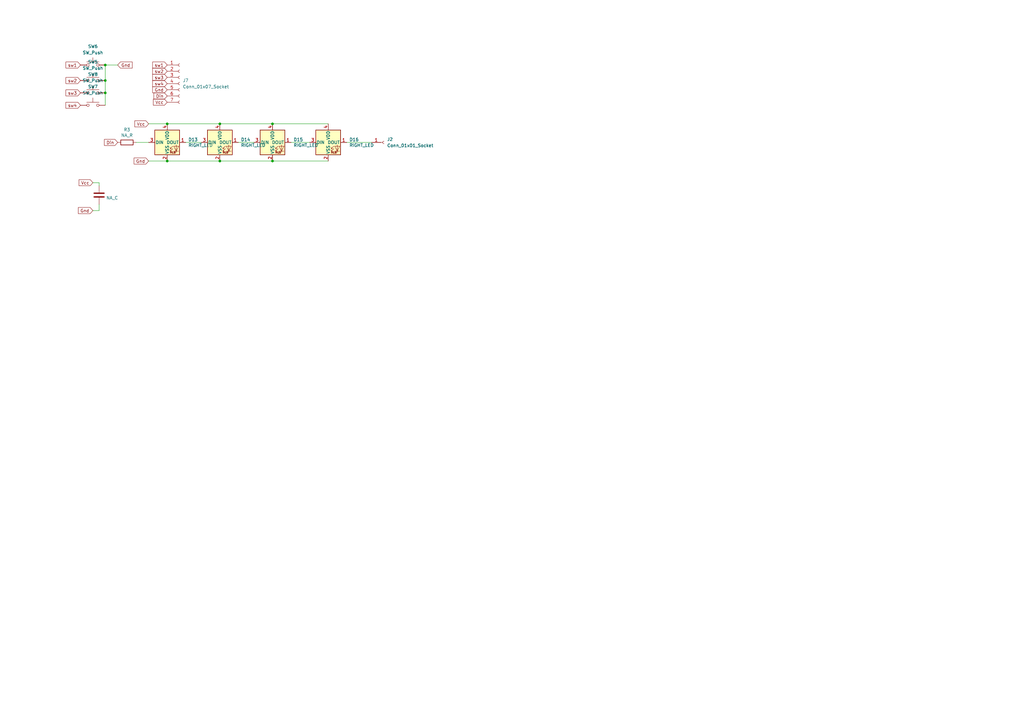
<source format=kicad_sch>
(kicad_sch (version 20231120) (generator "eeschema") (generator_version "8.0")
  (paper "A3")
  (title_block (title "flex.sch") (date "2022-02-20") (company "bastard keyboards") (comment 3 "CC BY-NC-SA 4.0") (comment 4 "Copyright Quentin Lebastard 2022"))
  (lib_symbols
    (symbol "Connector:Conn_01x01_Socket" (pin_names (offset 1.016) hide)
      (property "Reference" "J" (at 0 2.54 0))
      (property "Value" "Conn_01x01_Socket" (at 0 -2.54 0))
      (symbol "Conn_01x01_Socket_1_1"
        (polyline (pts (xy -1.27 0) (xy -0.508 0)) (stroke (width 0.1524)))
        (arc (start 0 0.508) (mid -0.5058 0) (end 0 -0.508) (stroke (width 0.1524)))
        (pin passive line (at -5.08 0 0) (length 3.81) (name "Pin_1") (number "1"))
      )
    )
    (symbol "Connector:Conn_01x07_Socket" (pin_names (offset 1.016) hide)
      (property "Reference" "J" (at 0 10.16 0))
      (property "Value" "Conn_01x07_Socket" (at 0 -10.16 0))
      (symbol "Conn_01x07_Socket_1_1"
        (arc (start 0 -7.112) (mid -0.5058 -7.62) (end 0 -8.128) (stroke (width 0.1524)))
        (arc (start 0 -4.572) (mid -0.5058 -5.08) (end 0 -5.588) (stroke (width 0.1524)))
        (arc (start 0 -2.032) (mid -0.5058 -2.54) (end 0 -3.048) (stroke (width 0.1524)))
        (polyline (pts (xy -1.27 -7.62) (xy -0.508 -7.62)) (stroke (width 0.1524)))
        (polyline (pts (xy -1.27 -5.08) (xy -0.508 -5.08)) (stroke (width 0.1524)))
        (polyline (pts (xy -1.27 -2.54) (xy -0.508 -2.54)) (stroke (width 0.1524)))
        (polyline (pts (xy -1.27 0) (xy -0.508 0)) (stroke (width 0.1524)))
        (polyline (pts (xy -1.27 2.54) (xy -0.508 2.54)) (stroke (width 0.1524)))
        (polyline (pts (xy -1.27 5.08) (xy -0.508 5.08)) (stroke (width 0.1524)))
        (polyline (pts (xy -1.27 7.62) (xy -0.508 7.62)) (stroke (width 0.1524)))
        (arc (start 0 0.508) (mid -0.5058 0) (end 0 -0.508) (stroke (width 0.1524)))
        (arc (start 0 3.048) (mid -0.5058 2.54) (end 0 2.032) (stroke (width 0.1524)))
        (arc (start 0 5.588) (mid -0.5058 5.08) (end 0 4.572) (stroke (width 0.1524)))
        (arc (start 0 8.128) (mid -0.5058 7.62) (end 0 7.112) (stroke (width 0.1524)))
        (pin passive line (at -5.08 7.62 0) (length 3.81) (name "Pin_1") (number "1"))
        (pin passive line (at -5.08 5.08 0) (length 3.81) (name "Pin_2") (number "2"))
        (pin passive line (at -5.08 2.54 0) (length 3.81) (name "Pin_3") (number "3"))
        (pin passive line (at -5.08 0 0) (length 3.81) (name "Pin_4") (number "4"))
        (pin passive line (at -5.08 -2.54 0) (length 3.81) (name "Pin_5") (number "5"))
        (pin passive line (at -5.08 -5.08 0) (length 3.81) (name "Pin_6") (number "6"))
        (pin passive line (at -5.08 -7.62 0) (length 3.81) (name "Pin_7") (number "7"))
      )
    )
    (symbol "Device:C" (pin_numbers hide) (pin_names (offset 0.254))
      (property "Reference" "C" (at 0.635 2.54 0))
      (property "Value" "C" (at 0.635 -2.54 0))
      (symbol "C_0_1"
        (polyline (pts (xy -2.032 -0.762) (xy 2.032 -0.762)) (stroke (width 0.508)))
        (polyline (pts (xy -2.032 0.762) (xy 2.032 0.762)) (stroke (width 0.508)))
      )
      (symbol "C_1_1"
        (pin passive line (at 0 3.81 270) (length 2.794) (name "~") (number "1"))
        (pin passive line (at 0 -3.81 90) (length 2.794) (name "~") (number "2"))
      )
    )
    (symbol "Device:R" (pin_numbers hide) (pin_names (offset 0))
      (property "Reference" "R" (at 2.032 0 90))
      (property "Value" "R" (at 0 0 90))
      (symbol "R_0_1"
        (rectangle (start -1.016 -2.54) (end 1.016 2.54) (stroke (width 0.254)))
      )
      (symbol "R_1_1"
        (pin passive line (at 0 3.81 270) (length 1.27) (name "~") (number "1"))
        (pin passive line (at 0 -3.81 90) (length 1.27) (name "~") (number "2"))
      )
    )
    (symbol "LED:SK6812MINI" (pin_names (offset 0.254))
      (property "Reference" "D" (at 5.08 5.715 0))
      (property "Value" "SK6812MINI" (at 1.27 -5.715 0))
      (symbol "SK6812MINI_0_0"
        (text "RGB" (at 2.286 -4.191 0) (effects (font (size 0.762 0.762))))
      )
      (symbol "SK6812MINI_0_1"
        (polyline (pts (xy 1.27 -3.556) (xy 1.778 -3.556)))
        (polyline (pts (xy 1.27 -2.54) (xy 1.778 -2.54)))
        (polyline (pts (xy 4.699 -3.556) (xy 2.667 -3.556)))
        (polyline (pts (xy 2.286 -2.54) (xy 1.27 -3.556) (xy 1.27 -3.048)))
        (polyline (pts (xy 2.286 -1.524) (xy 1.27 -2.54) (xy 1.27 -2.032)))
        (polyline (pts (xy 3.683 -1.016) (xy 3.683 -3.556) (xy 3.683 -4.064)))
        (polyline (pts (xy 4.699 -1.524) (xy 2.667 -1.524) (xy 3.683 -3.556) (xy 4.699 -1.524)))
        (rectangle (start 5.08 5.08) (end -5.08 -5.08) (stroke (width 0.254)) (fill (type background)))
      )
      (symbol "SK6812MINI_1_1"
        (pin output line (at 7.62 0 180) (length 2.54) (name "DOUT") (number "1"))
        (pin power_in line (at 0 -7.62 90) (length 2.54) (name "VSS") (number "2"))
        (pin input line (at -7.62 0 0) (length 2.54) (name "DIN") (number "3"))
        (pin power_in line (at 0 7.62 270) (length 2.54) (name "VDD") (number "4"))
      )
    )
    (symbol "Switch:SW_Push" (pin_numbers hide) (pin_names hide)
      (property "Reference" "SW" (at 1.27 2.54 0))
      (property "Value" "SW_Push" (at 0 -1.524 0))
      (symbol "SW_Push_0_1"
        (circle (center -2.032 0) (radius 0.508))
        (polyline (pts (xy 0 1.27) (xy 0 3.048)))
        (polyline (pts (xy 2.54 1.27) (xy -2.54 1.27)))
        (circle (center 2.032 0) (radius 0.508))
        (pin passive line (at -5.08 0 0) (length 2.54) (name "1") (number "1"))
        (pin passive line (at 5.08 0 180) (length 2.54) (name "2") (number "2"))
      )
    )
  )
  (junction (at 111.76 50.8))
  (junction (at 68.58 50.8))
  (junction (at 111.76 66.04))
  (junction (at 43.18 26.67))
  (junction (at 43.18 38.1))
  (junction (at 90.17 50.8))
  (junction (at 90.17 66.04))
  (junction (at 43.18 33.02))
  (junction (at 68.58 66.04))
  (wire (pts (xy 55.88 58.42) (xy 60.96 58.42)))
  (wire (pts (xy 40.64 74.93) (xy 40.64 76.2)))
  (wire (pts (xy 40.64 86.36) (xy 40.64 83.82)))
  (wire (pts (xy 38.1 74.93) (xy 40.64 74.93)))
  (wire (pts (xy 76.2 58.42) (xy 82.55 58.42)))
  (wire (pts (xy 43.18 26.67) (xy 43.18 33.02)))
  (wire (pts (xy 68.58 50.8) (xy 90.17 50.8)))
  (wire (pts (xy 90.17 66.04) (xy 111.76 66.04)))
  (wire (pts (xy 38.1 86.36) (xy 40.64 86.36)))
  (wire (pts (xy 60.96 66.04) (xy 68.58 66.04)))
  (wire (pts (xy 97.79 58.42) (xy 104.14 58.42)))
  (wire (pts (xy 68.58 66.04) (xy 90.17 66.04)))
  (wire (pts (xy 111.76 66.04) (xy 134.62 66.04)))
  (wire (pts (xy 119.38 58.42) (xy 127 58.42)))
  (wire (pts (xy 43.18 38.1) (xy 43.18 43.18)))
  (wire (pts (xy 43.18 26.67) (xy 48.26 26.67)))
  (wire (pts (xy 60.96 50.8) (xy 68.58 50.8)))
  (wire (pts (xy 43.18 33.02) (xy 43.18 38.1)))
  (wire (pts (xy 142.24 58.42) (xy 152.4 58.42)))
  (wire (pts (xy 90.17 50.8) (xy 111.76 50.8)))
  (wire (pts (xy 111.76 50.8) (xy 134.62 50.8)))
  (text "This work is licensed under a Creative Commons Attribution-NonCommercial-ShareAlike 4.0 International License." (at 429.26 378.46 0) (effects (font (size 1.27 1.27)) (justify left bottom)))
  (global_label "sw2" (shape input) (at 33.02 33.02 180) (property "Intersheetrefs" "${INTERSHEET_REFS}" (effects (hide yes))))
  (global_label "sw3" (shape input) (at 33.02 38.1 180) (property "Intersheetrefs" "${INTERSHEET_REFS}" (effects (hide yes))))
  (global_label "sw2" (shape input) (at 68.58 29.21 180) (property "Intersheetrefs" "${INTERSHEET_REFS}" (effects (hide yes))))
  (global_label "Gnd" (shape input) (at 68.58 36.83 180) (property "Intersheetrefs" "${INTERSHEET_REFS}" (effects (hide yes))))
  (global_label "Vcc" (shape input) (at 60.96 50.8 180) (property "Intersheetrefs" "${INTERSHEET_REFS}" (effects (hide yes))))
  (global_label "sw3" (shape input) (at 68.58 31.75 180) (property "Intersheetrefs" "${INTERSHEET_REFS}" (effects (hide yes))))
  (global_label "Vcc" (shape input) (at 68.58 41.91 180) (property "Intersheetrefs" "${INTERSHEET_REFS}" (effects (hide yes))))
  (global_label "Gnd" (shape input) (at 60.96 66.04 180) (property "Intersheetrefs" "${INTERSHEET_REFS}" (effects (hide yes))))
  (global_label "sw4" (shape input) (at 33.02 43.18 180) (property "Intersheetrefs" "${INTERSHEET_REFS}" (effects (hide yes))))
  (global_label "Vcc" (shape input) (at 38.1 74.93 180) (property "Intersheetrefs" "${INTERSHEET_REFS}" (effects (hide yes))))
  (global_label "sw4" (shape input) (at 68.58 34.29 180) (property "Intersheetrefs" "${INTERSHEET_REFS}" (effects (hide yes))))
  (global_label "Din" (shape input) (at 48.26 58.42 180) (property "Intersheetrefs" "${INTERSHEET_REFS}" (effects (hide yes))))
  (global_label "Gnd" (shape input) (at 38.1 86.36 180) (property "Intersheetrefs" "${INTERSHEET_REFS}" (effects (hide yes))))
  (global_label "sw1" (shape input) (at 68.58 26.67 180) (property "Intersheetrefs" "${INTERSHEET_REFS}" (effects (hide yes))))
  (global_label "Gnd" (shape input) (at 48.26 26.67 0) (property "Intersheetrefs" "${INTERSHEET_REFS}" (effects (hide yes))))
  (global_label "Din" (shape input) (at 68.58 39.37 180) (property "Intersheetrefs" "${INTERSHEET_REFS}" (effects (hide yes))))
  (global_label "sw1" (shape input) (at 33.02 26.67 180) (property "Intersheetrefs" "${INTERSHEET_REFS}" (effects (hide yes))))
  (symbol (lib_id "Switch:SW_Push") (at 38.1 43.18 0) (unit 1) (in_bom no)
    (property "Reference" "SW7" (at 38.1 35.56 0))
    (property "Value" "SW_Push" (at 38.1 38.1 0))
    (property "Footprint" "custom:choc" (effects (hide yes)))
  )
  (symbol (lib_id "Connector:Conn_01x01_Socket") (at 157.48 58.42 0) (unit 1)
    (property "Reference" "J2" (at 158.75 57.1499 0) (effects (justify left)))
    (property "Value" "Conn_01x01_Socket" (at 158.75 59.6899 0) (effects (justify left)))
    (property "Footprint" "Connector_PinHeader_2.54mm:PinHeader_1x01_P2.54mm_Vertical" (effects (hide yes)))
    (property "Description" "Generic connector, single row, 01x01, script generated" (effects (hide yes)))
  )
  (symbol (lib_id "LED:SK6812MINI") (at 68.58 58.42 0) (unit 1)
    (property "Reference" "D13" (at 77.2161 57.2706 0) (effects (justify left)))
    (property "Value" "RIGHT_LED" (at 77.2161 59.5693 0) (effects (justify left)))
    (property "Footprint" "libs:SK6812_mini_e_corners" (effects (hide yes)))
    (property "Datasheet" "https://cdn-shop.adafruit.com/product-files/2686/SK6812MINI_REV.01-1-2.pdf" (effects (hide yes)))
  )
  (symbol (lib_id "Switch:SW_Push") (at 38.1 26.67 0) (unit 1) (in_bom no)
    (property "Reference" "SW6" (at 38.1 19.05 0))
    (property "Value" "SW_Push" (at 38.1 21.59 0))
    (property "Footprint" "custom:choc" (effects (hide yes)))
  )
  (symbol (lib_id "Switch:SW_Push") (at 38.1 38.1 0) (unit 1) (in_bom no)
    (property "Reference" "SW8" (at 38.1 30.48 0))
    (property "Value" "SW_Push" (at 38.1 33.02 0))
    (property "Footprint" "custom:choc" (effects (hide yes)))
  )
  (symbol (lib_id "Switch:SW_Push") (at 38.1 33.02 0) (unit 1) (in_bom no)
    (property "Reference" "SW5" (at 38.1 25.4 0))
    (property "Value" "SW_Push" (at 38.1 27.94 0))
    (property "Footprint" "custom:choc" (effects (hide yes)))
  )
  (symbol (lib_id "Connector:Conn_01x07_Socket") (at 73.66 34.29 0) (unit 1)
    (property "Reference" "J7" (at 74.93 33.0199 0) (effects (justify left)))
    (property "Value" "Conn_01x07_Socket" (at 74.93 35.5599 0) (effects (justify left)))
    (property "Footprint" "customs:PinHeader_1x07_P2.54mm_Vertical" (effects (hide yes)))
    (property "Description" "Generic connector, single row, 01x07, script generated" (effects (hide yes)))
  )
  (symbol (lib_id "Device:R") (at 52.07 58.42 90) (unit 1) (in_bom no)
    (property "Reference" "R3" (at 52.07 53.1938 90))
    (property "Value" "NA_R" (at 52.07 55.4925 90))
    (property "Footprint" "custom:R_SOD123" (effects (hide yes)))
  )
  (symbol (lib_id "Device:C") (at 40.64 80.01 0) (unit 1) (in_bom no)
    (property "Reference" "C3" (effects (hide yes)))
    (property "Value" "NA_C" (at 43.5611 81.1593 0) (effects (justify left)))
    (property "Footprint" "custom:C_SOD123" (effects (hide yes)))
  )
  (symbol (lib_id "LED:SK6812MINI") (at 111.76 58.42 0) (unit 1)
    (property "Reference" "D15" (at 120.3961 57.2706 0) (effects (justify left)))
    (property "Value" "RIGHT_LED" (at 120.3961 59.5693 0) (effects (justify left)))
    (property "Footprint" "libs:SK6812_mini_e_corners" (effects (hide yes)))
    (property "Datasheet" "https://cdn-shop.adafruit.com/product-files/2686/SK6812MINI_REV.01-1-2.pdf" (effects (hide yes)))
  )
  (symbol (lib_id "LED:SK6812MINI") (at 134.62 58.42 0) (unit 1)
    (property "Reference" "D16" (at 143.2561 57.2706 0) (effects (justify left)))
    (property "Value" "RIGHT_LED" (at 143.2561 59.5693 0) (effects (justify left)))
    (property "Footprint" "libs:SK6812_mini_e_corners" (effects (hide yes)))
    (property "Datasheet" "https://cdn-shop.adafruit.com/product-files/2686/SK6812MINI_REV.01-1-2.pdf" (effects (hide yes)))
  )
  (symbol (lib_id "LED:SK6812MINI") (at 90.17 58.42 0) (unit 1)
    (property "Reference" "D14" (at 98.8061 57.2706 0) (effects (justify left)))
    (property "Value" "RIGHT_LED" (at 98.8061 59.5693 0) (effects (justify left)))
    (property "Footprint" "libs:SK6812_mini_e_corners" (effects (hide yes)))
    (property "Datasheet" "https://cdn-shop.adafruit.com/product-files/2686/SK6812MINI_REV.01-1-2.pdf" (effects (hide yes)))
  )
)
</source>
